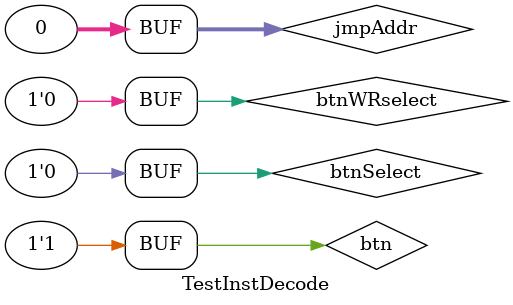
<source format=v>
`timescale 1ns / 1ps


module TestInstDecode;

	// Inputs
	reg btn;
	reg btnSelect;
	reg btnWRselect;
	reg [31:0] jmpAddr;

	// Outputs
	wire [31:0] dataRs;
	wire [31:0] dataRt;

	// Instantiate the Unit Under Test (UUT)
	pipeline uut (
		.btn(btn), 
		.btnSelect(btnSelect), 
		.btnWRselect(btnWRselect), 
		.jmpAddr(jmpAddr), 
		.dataRs(dataRs), 
		.dataRt(dataRt)
	);

	initial begin
		// Initialize Inputs
		btn = 0;
		btnSelect = 0;
		btnWRselect = 0;
		jmpAddr = 0;

		// Wait 100 ns for global reset to finish
		#100;
      btn = 1;
		#100;
      btn = 0;
		
		#100;
      btn = 1;
		
		#100;
      btn = 0;
		
		#100;
      btn = 1;
		// Add stimulus here

	end
      
endmodule


</source>
